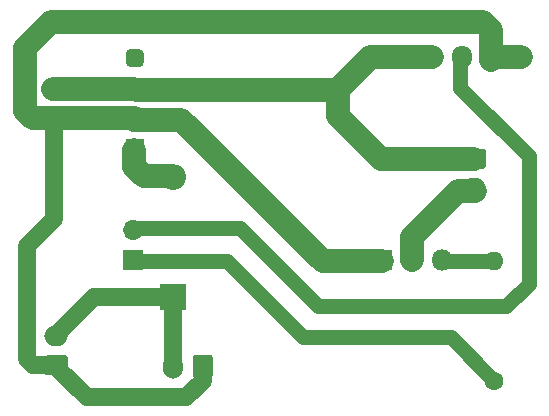
<source format=gbr>
%TF.GenerationSoftware,KiCad,Pcbnew,(5.1.8-0-10_14)*%
%TF.CreationDate,2021-10-25T10:27:17-04:00*%
%TF.ProjectId,Exposure-control,4578706f-7375-4726-952d-636f6e74726f,rev?*%
%TF.SameCoordinates,PX97fa40PY44b2ea0*%
%TF.FileFunction,Copper,L2,Bot*%
%TF.FilePolarity,Positive*%
%FSLAX46Y46*%
G04 Gerber Fmt 4.6, Leading zero omitted, Abs format (unit mm)*
G04 Created by KiCad (PCBNEW (5.1.8-0-10_14)) date 2021-10-25 10:27:17*
%MOMM*%
%LPD*%
G01*
G04 APERTURE LIST*
%TA.AperFunction,ComponentPad*%
%ADD10O,1.700000X1.700000*%
%TD*%
%TA.AperFunction,ComponentPad*%
%ADD11R,1.700000X1.700000*%
%TD*%
%TA.AperFunction,ComponentPad*%
%ADD12O,2.000000X1.700000*%
%TD*%
%TA.AperFunction,ComponentPad*%
%ADD13O,1.700000X2.000000*%
%TD*%
%TA.AperFunction,ComponentPad*%
%ADD14O,1.700000X1.950000*%
%TD*%
%TA.AperFunction,ComponentPad*%
%ADD15R,1.524000X1.524000*%
%TD*%
%TA.AperFunction,ComponentPad*%
%ADD16O,1.800000X1.800000*%
%TD*%
%TA.AperFunction,ComponentPad*%
%ADD17R,1.800000X1.800000*%
%TD*%
%TA.AperFunction,ComponentPad*%
%ADD18O,2.200000X2.200000*%
%TD*%
%TA.AperFunction,ComponentPad*%
%ADD19R,2.200000X2.200000*%
%TD*%
%TA.AperFunction,ComponentPad*%
%ADD20C,1.600000*%
%TD*%
%TA.AperFunction,ComponentPad*%
%ADD21O,1.600000X1.600000*%
%TD*%
%TA.AperFunction,Conductor*%
%ADD22C,2.000000*%
%TD*%
%TA.AperFunction,Conductor*%
%ADD23C,1.500000*%
%TD*%
%TA.AperFunction,Conductor*%
%ADD24C,1.250000*%
%TD*%
G04 APERTURE END LIST*
D10*
%TO.P,J1,2*%
%TO.N,UVControl*%
X12600000Y15740000D03*
D11*
%TO.P,J1,1*%
%TO.N,SafelightControl*%
X12600000Y13200000D03*
%TD*%
D12*
%TO.P,J5,2*%
%TO.N,SafelightGnd*%
X41500000Y19300000D03*
%TO.P,J5,1*%
%TO.N,+24V*%
%TA.AperFunction,ComponentPad*%
G36*
G01*
X40750000Y22650000D02*
X42250000Y22650000D01*
G75*
G02*
X42500000Y22400000I0J-250000D01*
G01*
X42500000Y21200000D01*
G75*
G02*
X42250000Y20950000I-250000J0D01*
G01*
X40750000Y20950000D01*
G75*
G02*
X40500000Y21200000I0J250000D01*
G01*
X40500000Y22400000D01*
G75*
G02*
X40750000Y22650000I250000J0D01*
G01*
G37*
%TD.AperFunction*%
%TD*%
D13*
%TO.P,J4,2*%
%TO.N,+5V*%
X16000000Y4200000D03*
%TO.P,J4,1*%
%TO.N,GND*%
%TA.AperFunction,ComponentPad*%
G36*
G01*
X19350000Y4950000D02*
X19350000Y3450000D01*
G75*
G02*
X19100000Y3200000I-250000J0D01*
G01*
X17900000Y3200000D01*
G75*
G02*
X17650000Y3450000I0J250000D01*
G01*
X17650000Y4950000D01*
G75*
G02*
X17900000Y5200000I250000J0D01*
G01*
X19100000Y5200000D01*
G75*
G02*
X19350000Y4950000I0J-250000D01*
G01*
G37*
%TD.AperFunction*%
%TD*%
D12*
%TO.P,J3,2*%
%TO.N,+5V*%
X6100000Y6800000D03*
%TO.P,J3,1*%
%TO.N,GND*%
%TA.AperFunction,ComponentPad*%
G36*
G01*
X6850000Y3450000D02*
X5350000Y3450000D01*
G75*
G02*
X5100000Y3700000I0J250000D01*
G01*
X5100000Y4900000D01*
G75*
G02*
X5350000Y5150000I250000J0D01*
G01*
X6850000Y5150000D01*
G75*
G02*
X7100000Y4900000I0J-250000D01*
G01*
X7100000Y3700000D01*
G75*
G02*
X6850000Y3450000I-250000J0D01*
G01*
G37*
%TD.AperFunction*%
%TD*%
%TO.P,J2,1*%
%TO.N,GND*%
%TA.AperFunction,ComponentPad*%
G36*
G01*
X6650000Y24350000D02*
X5150000Y24350000D01*
G75*
G02*
X4900000Y24600000I0J250000D01*
G01*
X4900000Y25800000D01*
G75*
G02*
X5150000Y26050000I250000J0D01*
G01*
X6650000Y26050000D01*
G75*
G02*
X6900000Y25800000I0J-250000D01*
G01*
X6900000Y24600000D01*
G75*
G02*
X6650000Y24350000I-250000J0D01*
G01*
G37*
%TD.AperFunction*%
%TO.P,J2,2*%
%TO.N,+24V*%
X5900000Y27700000D03*
%TD*%
D14*
%TO.P,J7,5*%
%TO.N,GND*%
X45450000Y30400000D03*
%TO.P,J7,4*%
X42950000Y30400000D03*
%TO.P,J7,3*%
%TO.N,UVControl*%
X40450000Y30400000D03*
%TO.P,J7,2*%
%TO.N,+24V*%
X37950000Y30400000D03*
%TO.P,J7,1*%
%TA.AperFunction,ComponentPad*%
G36*
G01*
X34600000Y29675000D02*
X34600000Y31125000D01*
G75*
G02*
X34850000Y31375000I250000J0D01*
G01*
X36050000Y31375000D01*
G75*
G02*
X36300000Y31125000I0J-250000D01*
G01*
X36300000Y29675000D01*
G75*
G02*
X36050000Y29425000I-250000J0D01*
G01*
X34850000Y29425000D01*
G75*
G02*
X34600000Y29675000I0J250000D01*
G01*
G37*
%TD.AperFunction*%
%TD*%
%TO.P,U1,4*%
%TO.N,Net-(U1-Pad4)*%
%TA.AperFunction,ComponentPad*%
G36*
G01*
X13131000Y29548000D02*
X12369000Y29548000D01*
G75*
G02*
X11988000Y29929000I0J381000D01*
G01*
X11988000Y30691000D01*
G75*
G02*
X12369000Y31072000I381000J0D01*
G01*
X13131000Y31072000D01*
G75*
G02*
X13512000Y30691000I0J-381000D01*
G01*
X13512000Y29929000D01*
G75*
G02*
X13131000Y29548000I-381000J0D01*
G01*
G37*
%TD.AperFunction*%
%TO.P,U1,3*%
%TO.N,+24V*%
%TA.AperFunction,ComponentPad*%
G36*
G01*
X13131000Y27008000D02*
X12369000Y27008000D01*
G75*
G02*
X11988000Y27389000I0J381000D01*
G01*
X11988000Y28151000D01*
G75*
G02*
X12369000Y28532000I381000J0D01*
G01*
X13131000Y28532000D01*
G75*
G02*
X13512000Y28151000I0J-381000D01*
G01*
X13512000Y27389000D01*
G75*
G02*
X13131000Y27008000I-381000J0D01*
G01*
G37*
%TD.AperFunction*%
%TO.P,U1,2*%
%TO.N,GND*%
%TA.AperFunction,ComponentPad*%
G36*
G01*
X13131000Y24468000D02*
X12369000Y24468000D01*
G75*
G02*
X11988000Y24849000I0J381000D01*
G01*
X11988000Y25611000D01*
G75*
G02*
X12369000Y25992000I381000J0D01*
G01*
X13131000Y25992000D01*
G75*
G02*
X13512000Y25611000I0J-381000D01*
G01*
X13512000Y24849000D01*
G75*
G02*
X13131000Y24468000I-381000J0D01*
G01*
G37*
%TD.AperFunction*%
D15*
%TO.P,U1,1*%
%TO.N,Net-(D1-Pad2)*%
X12750000Y22690000D03*
%TD*%
D16*
%TO.P,Q1,3*%
%TO.N,Net-(Q1-Pad3)*%
X38780000Y13200000D03*
%TO.P,Q1,2*%
%TO.N,SafelightGnd*%
X36240000Y13200000D03*
D17*
%TO.P,Q1,1*%
%TO.N,GND*%
X33700000Y13200000D03*
%TD*%
D18*
%TO.P,D1,2*%
%TO.N,Net-(D1-Pad2)*%
X16000000Y20260000D03*
D19*
%TO.P,D1,1*%
%TO.N,+5V*%
X16000000Y10100000D03*
%TD*%
D20*
%TO.P,R3,1*%
%TO.N,SafelightControl*%
X43200000Y3000000D03*
D21*
%TO.P,R3,2*%
%TO.N,Net-(Q1-Pad3)*%
X43200000Y13160000D03*
%TD*%
D22*
%TO.N,GND*%
X42950000Y30400000D02*
X45450000Y30400000D01*
X12800000Y25200000D02*
X5700000Y25200000D01*
X3450000Y25850000D02*
X4100000Y25200000D01*
X3450000Y31150000D02*
X3450000Y25850000D01*
X4100000Y25200000D02*
X5800000Y25200000D01*
X5700000Y33400000D02*
X3450000Y31150000D01*
X42950000Y30150000D02*
X42950000Y32650000D01*
X42200000Y33400000D02*
X5700000Y33400000D01*
X42950000Y32650000D02*
X42200000Y33400000D01*
X33700000Y13100000D02*
X28700000Y13100000D01*
X16700000Y25100000D02*
X12700000Y25100000D01*
X28700000Y13100000D02*
X16700000Y25100000D01*
D23*
X5900000Y16700000D02*
X5900000Y25200000D01*
X18500000Y4200000D02*
X18500000Y3000000D01*
X18500000Y3000000D02*
X17100000Y1600000D01*
X8700000Y1600000D02*
X6100000Y4200000D01*
X17100000Y1600000D02*
X8700000Y1600000D01*
X6100000Y4300000D02*
X4100000Y4300000D01*
X4100000Y4300000D02*
X3600000Y4800000D01*
X3600000Y14400000D02*
X5900000Y16700000D01*
X3600000Y4800000D02*
X3600000Y14400000D01*
%TO.N,+5V*%
X16000000Y4200000D02*
X16000000Y9900000D01*
X9300000Y10100000D02*
X6000000Y6800000D01*
X16000000Y10100000D02*
X9300000Y10100000D01*
D22*
%TO.N,Net-(D1-Pad2)*%
X15900000Y20300000D02*
X13500000Y20300000D01*
X12700000Y21100000D02*
X12700000Y22550000D01*
X13500000Y20300000D02*
X12700000Y21100000D01*
D24*
%TO.N,Net-(Q1-Pad3)*%
X43100000Y13100000D02*
X38900000Y13100000D01*
%TO.N,UVControl*%
X12700000Y15900000D02*
X21700000Y15900000D01*
X21700000Y15900000D02*
X28300000Y9300000D01*
X28300000Y9300000D02*
X44200000Y9300000D01*
X44200000Y9300000D02*
X46100000Y11200000D01*
X46100000Y11200000D02*
X46100000Y22000000D01*
X40300000Y27800000D02*
X40300000Y30700000D01*
X46100000Y22000000D02*
X40300000Y27800000D01*
D22*
%TO.N,+24V*%
X12950000Y27650000D02*
X29950000Y27650000D01*
X37950000Y30400000D02*
X35450000Y30400000D01*
X32700000Y30400000D02*
X29950000Y27650000D01*
X35450000Y30400000D02*
X32700000Y30400000D01*
X12700000Y27700000D02*
X5800000Y27700000D01*
X29950000Y25450000D02*
X29950000Y27650000D01*
X33600000Y21800000D02*
X29950000Y25450000D01*
X41500000Y21800000D02*
X33600000Y21800000D01*
D24*
%TO.N,SafelightControl*%
X12700000Y13100000D02*
X20600000Y13100000D01*
X20600000Y13100000D02*
X27000000Y6700000D01*
X39500000Y6700000D02*
X43200000Y3000000D01*
X27000000Y6700000D02*
X39500000Y6700000D01*
D22*
%TO.N,SafelightGnd*%
X36200000Y13200000D02*
X36200000Y15200000D01*
X40100000Y19100000D02*
X41600000Y19100000D01*
X36200000Y15200000D02*
X40100000Y19100000D01*
%TD*%
M02*

</source>
